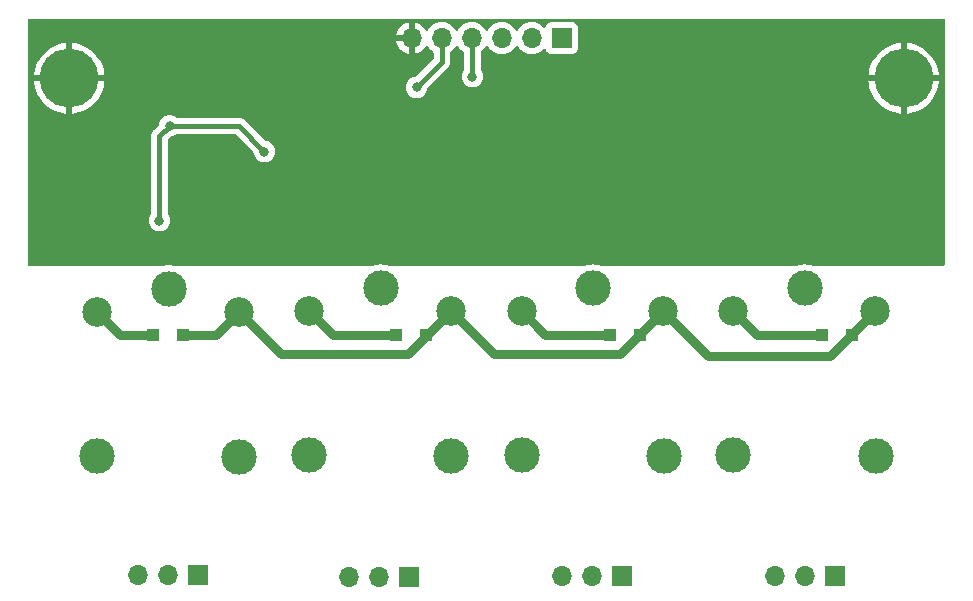
<source format=gbl>
G04 #@! TF.GenerationSoftware,KiCad,Pcbnew,7.0.11-2.fc39*
G04 #@! TF.CreationDate,2024-06-06T09:07:33+02:00*
G04 #@! TF.ProjectId,four_relays_extension,666f7572-5f72-4656-9c61-79735f657874,1.0*
G04 #@! TF.SameCoordinates,Original*
G04 #@! TF.FileFunction,Copper,L2,Bot*
G04 #@! TF.FilePolarity,Positive*
%FSLAX46Y46*%
G04 Gerber Fmt 4.6, Leading zero omitted, Abs format (unit mm)*
G04 Created by KiCad (PCBNEW 7.0.11-2.fc39) date 2024-06-06 09:07:33*
%MOMM*%
%LPD*%
G01*
G04 APERTURE LIST*
G04 #@! TA.AperFunction,ComponentPad*
%ADD10C,3.000000*%
G04 #@! TD*
G04 #@! TA.AperFunction,ComponentPad*
%ADD11C,2.500000*%
G04 #@! TD*
G04 #@! TA.AperFunction,ComponentPad*
%ADD12O,5.000000X5.000000*%
G04 #@! TD*
G04 #@! TA.AperFunction,ComponentPad*
%ADD13R,1.700000X1.700000*%
G04 #@! TD*
G04 #@! TA.AperFunction,ComponentPad*
%ADD14O,1.700000X1.700000*%
G04 #@! TD*
G04 #@! TA.AperFunction,ComponentPad*
%ADD15O,0.100000X0.100000*%
G04 #@! TD*
G04 #@! TA.AperFunction,SMDPad,CuDef*
%ADD16R,1.000000X1.000000*%
G04 #@! TD*
G04 #@! TA.AperFunction,ViaPad*
%ADD17C,0.800000*%
G04 #@! TD*
G04 #@! TA.AperFunction,ViaPad*
%ADD18C,0.600000*%
G04 #@! TD*
G04 #@! TA.AperFunction,Conductor*
%ADD19C,0.762000*%
G04 #@! TD*
G04 #@! TA.AperFunction,Conductor*
%ADD20C,0.381000*%
G04 #@! TD*
G04 APERTURE END LIST*
D10*
X150322000Y-74250000D03*
D11*
X144272000Y-76200000D03*
D10*
X144272000Y-88400000D03*
X156322000Y-88450000D03*
D11*
X156272000Y-76200000D03*
D12*
X176631600Y-56489600D03*
D13*
X134772400Y-98679000D03*
D14*
X132232400Y-98679000D03*
X129692400Y-98679000D03*
D10*
X114381000Y-74319000D03*
D11*
X108331000Y-76269000D03*
D10*
X108331000Y-88469000D03*
X120381000Y-88519000D03*
D11*
X120331000Y-76269000D03*
D10*
X168254400Y-74250000D03*
D11*
X162204400Y-76200000D03*
D10*
X162204400Y-88400000D03*
X174254400Y-88450000D03*
D11*
X174204400Y-76200000D03*
D15*
X105968800Y-98501200D03*
D13*
X147675600Y-53086000D03*
D14*
X145135600Y-53086000D03*
X142595600Y-53086000D03*
X140055600Y-53086000D03*
X137515600Y-53086000D03*
X134975600Y-53086000D03*
D10*
X132338800Y-74242000D03*
D11*
X126288800Y-76192000D03*
D10*
X126288800Y-88392000D03*
X138338800Y-88442000D03*
D11*
X138288800Y-76192000D03*
D15*
X176631600Y-98602800D03*
D13*
X116840000Y-98552000D03*
D14*
X114300000Y-98552000D03*
X111760000Y-98552000D03*
D13*
X170789600Y-98602800D03*
D14*
X168249600Y-98602800D03*
X165709600Y-98602800D03*
D12*
X105968800Y-56489600D03*
D13*
X152806400Y-98602800D03*
D14*
X150266400Y-98602800D03*
X147726400Y-98602800D03*
D16*
X115606200Y-78181200D03*
X113106200Y-78181200D03*
X154279600Y-78181200D03*
X151779600Y-78181200D03*
X172212000Y-78181200D03*
X169712000Y-78181200D03*
X136144000Y-78181200D03*
X133644000Y-78181200D03*
D17*
X127076200Y-62738000D03*
D18*
X147523200Y-63957200D03*
X120853200Y-52425600D03*
D17*
X118846600Y-69646800D03*
D18*
X129743200Y-58216800D03*
D17*
X105791000Y-67970400D03*
D18*
X147523200Y-69900800D03*
X137795000Y-57912000D03*
D17*
X119253000Y-66395600D03*
D18*
X129743200Y-52425600D03*
D17*
X127939800Y-65735200D03*
D18*
X105130600Y-69900800D03*
X156413200Y-69900800D03*
X174193200Y-52425600D03*
X165303200Y-69900800D03*
X177901600Y-69900800D03*
X165303200Y-63957200D03*
X138633200Y-69900800D03*
X111963200Y-52425600D03*
X131140200Y-69900800D03*
X156413200Y-52425600D03*
X138633200Y-63906400D03*
X105130600Y-63855600D03*
X156413200Y-63957200D03*
X111963200Y-57912000D03*
X165303200Y-52425600D03*
D17*
X140106400Y-56337200D03*
X135382000Y-57251600D03*
X114477800Y-60502800D03*
X122504200Y-62687200D03*
X113614200Y-68529200D03*
D19*
X133644000Y-78181200D02*
X128278000Y-78181200D01*
X128278000Y-78181200D02*
X126288800Y-76192000D01*
X110243200Y-78181200D02*
X108331000Y-76269000D01*
X113106200Y-78181200D02*
X110243200Y-78181200D01*
D20*
X140106400Y-53136800D02*
X140055600Y-53086000D01*
X140106400Y-56337200D02*
X140106400Y-53136800D01*
X137515600Y-55118000D02*
X137515600Y-53086000D01*
X135382000Y-57251600D02*
X137515600Y-55118000D01*
D19*
X164185600Y-78181200D02*
X162204400Y-76200000D01*
X169712000Y-78181200D02*
X164185600Y-78181200D01*
D20*
X120319800Y-60502800D02*
X122504200Y-62687200D01*
X114477800Y-60502800D02*
X113614200Y-61366400D01*
X114477800Y-60502800D02*
X120319800Y-60502800D01*
X113614200Y-61366400D02*
X113614200Y-68529200D01*
D19*
X156272000Y-76200000D02*
X160082000Y-80010000D01*
X152614400Y-79857600D02*
X141954400Y-79857600D01*
X120331000Y-76269000D02*
X123868800Y-79806800D01*
X156272000Y-76200000D02*
X152614400Y-79857600D01*
X141954400Y-79857600D02*
X138288800Y-76192000D01*
X160082000Y-80010000D02*
X170394400Y-80010000D01*
X123868800Y-79806800D02*
X134674000Y-79806800D01*
X118418800Y-78181200D02*
X120331000Y-76269000D01*
X134674000Y-79806800D02*
X138288800Y-76192000D01*
X120338000Y-76269000D02*
X120331000Y-76269000D01*
X115606200Y-78181200D02*
X118418800Y-78181200D01*
X170394400Y-80010000D02*
X174204400Y-76200000D01*
X146253200Y-78181200D02*
X144272000Y-76200000D01*
X151779600Y-78181200D02*
X146253200Y-78181200D01*
G04 #@! TA.AperFunction,Conductor*
G36*
X180087339Y-51447185D02*
G01*
X180133094Y-51499989D01*
X180144300Y-51551500D01*
X180144300Y-72215200D01*
X180124615Y-72282239D01*
X180071811Y-72327994D01*
X180020300Y-72339200D01*
X168878197Y-72339200D01*
X168834865Y-72331382D01*
X168819446Y-72325631D01*
X168819441Y-72325629D01*
X168539833Y-72264804D01*
X168254401Y-72244390D01*
X168254399Y-72244390D01*
X167968966Y-72264804D01*
X167689358Y-72325629D01*
X167680408Y-72328967D01*
X167673934Y-72331382D01*
X167630603Y-72339200D01*
X150945797Y-72339200D01*
X150902465Y-72331382D01*
X150887046Y-72325631D01*
X150887041Y-72325629D01*
X150607433Y-72264804D01*
X150322001Y-72244390D01*
X150321999Y-72244390D01*
X150036566Y-72264804D01*
X149756958Y-72325629D01*
X149748008Y-72328967D01*
X149741534Y-72331382D01*
X149698203Y-72339200D01*
X132984047Y-72339200D01*
X132940715Y-72331382D01*
X132903843Y-72317630D01*
X132624233Y-72256804D01*
X132338801Y-72236390D01*
X132338799Y-72236390D01*
X132053366Y-72256804D01*
X131773756Y-72317630D01*
X131736885Y-72331382D01*
X131693553Y-72339200D01*
X114704565Y-72339200D01*
X114678206Y-72336366D01*
X114666428Y-72333804D01*
X114585193Y-72327994D01*
X114381001Y-72313390D01*
X114380999Y-72313390D01*
X114095571Y-72333804D01*
X114090576Y-72334890D01*
X114083793Y-72336366D01*
X114057435Y-72339200D01*
X102580100Y-72339200D01*
X102513061Y-72319515D01*
X102467306Y-72266711D01*
X102456100Y-72215200D01*
X102456100Y-68529200D01*
X112708740Y-68529200D01*
X112728526Y-68717456D01*
X112728527Y-68717459D01*
X112787018Y-68897477D01*
X112787021Y-68897484D01*
X112881667Y-69061416D01*
X113008329Y-69202088D01*
X113161465Y-69313348D01*
X113161470Y-69313351D01*
X113334392Y-69390342D01*
X113334397Y-69390344D01*
X113519554Y-69429700D01*
X113519555Y-69429700D01*
X113708844Y-69429700D01*
X113708846Y-69429700D01*
X113894003Y-69390344D01*
X114066930Y-69313351D01*
X114220071Y-69202088D01*
X114346733Y-69061416D01*
X114441379Y-68897484D01*
X114499874Y-68717456D01*
X114519660Y-68529200D01*
X114499874Y-68340944D01*
X114441379Y-68160916D01*
X114346733Y-67996984D01*
X114340766Y-67990357D01*
X114337047Y-67986226D01*
X114306820Y-67923234D01*
X114305200Y-67903257D01*
X114305200Y-61703983D01*
X114324885Y-61636944D01*
X114341519Y-61616302D01*
X114523712Y-61434108D01*
X114585033Y-61400625D01*
X114585148Y-61400600D01*
X114757603Y-61363944D01*
X114757607Y-61363942D01*
X114757608Y-61363942D01*
X114846489Y-61324369D01*
X114930530Y-61286951D01*
X115008753Y-61230119D01*
X115026147Y-61217482D01*
X115091953Y-61194002D01*
X115099032Y-61193800D01*
X119982216Y-61193800D01*
X120049255Y-61213485D01*
X120069897Y-61230119D01*
X121576118Y-62736340D01*
X121609603Y-62797663D01*
X121611757Y-62811053D01*
X121618526Y-62875456D01*
X121618527Y-62875459D01*
X121677018Y-63055477D01*
X121677021Y-63055484D01*
X121771667Y-63219416D01*
X121898329Y-63360088D01*
X122051465Y-63471348D01*
X122051470Y-63471351D01*
X122224392Y-63548342D01*
X122224397Y-63548344D01*
X122409554Y-63587700D01*
X122409555Y-63587700D01*
X122598844Y-63587700D01*
X122598846Y-63587700D01*
X122784003Y-63548344D01*
X122956930Y-63471351D01*
X123110071Y-63360088D01*
X123236733Y-63219416D01*
X123331379Y-63055484D01*
X123389874Y-62875456D01*
X123409660Y-62687200D01*
X123389874Y-62498944D01*
X123331379Y-62318916D01*
X123236733Y-62154984D01*
X123110071Y-62014312D01*
X123110070Y-62014311D01*
X122956934Y-61903051D01*
X122956929Y-61903048D01*
X122784007Y-61826057D01*
X122784002Y-61826055D01*
X122612011Y-61789498D01*
X122550529Y-61756306D01*
X122550111Y-61755889D01*
X120825827Y-60031605D01*
X120820693Y-60026151D01*
X120781383Y-59981780D01*
X120732592Y-59948102D01*
X120726560Y-59943663D01*
X120679908Y-59907114D01*
X120679899Y-59907108D01*
X120670934Y-59903074D01*
X120651386Y-59892050D01*
X120643282Y-59886456D01*
X120643278Y-59886453D01*
X120587861Y-59865436D01*
X120580944Y-59862572D01*
X120526881Y-59838241D01*
X120526882Y-59838241D01*
X120517195Y-59836466D01*
X120495592Y-59830444D01*
X120486382Y-59826952D01*
X120427535Y-59819806D01*
X120420133Y-59818679D01*
X120361830Y-59807995D01*
X120361825Y-59807995D01*
X120302661Y-59811574D01*
X120295174Y-59811800D01*
X115099032Y-59811800D01*
X115031993Y-59792115D01*
X115026147Y-59788118D01*
X114930534Y-59718651D01*
X114930529Y-59718648D01*
X114757607Y-59641657D01*
X114757602Y-59641655D01*
X114611801Y-59610665D01*
X114572446Y-59602300D01*
X114383154Y-59602300D01*
X114350697Y-59609198D01*
X114197997Y-59641655D01*
X114197992Y-59641657D01*
X114025070Y-59718648D01*
X114025065Y-59718651D01*
X113871929Y-59829911D01*
X113745266Y-59970585D01*
X113650621Y-60134515D01*
X113650618Y-60134522D01*
X113592127Y-60314540D01*
X113592126Y-60314544D01*
X113585358Y-60378940D01*
X113558773Y-60443555D01*
X113549718Y-60453659D01*
X113143004Y-60860372D01*
X113137552Y-60865504D01*
X113093186Y-60904810D01*
X113093176Y-60904821D01*
X113059498Y-60953612D01*
X113055061Y-60959643D01*
X113018512Y-61006294D01*
X113018511Y-61006296D01*
X113014471Y-61015273D01*
X113003453Y-61034808D01*
X112997855Y-61042919D01*
X112976832Y-61098349D01*
X112973968Y-61105265D01*
X112949642Y-61159316D01*
X112947866Y-61169006D01*
X112941845Y-61190603D01*
X112938352Y-61199814D01*
X112938352Y-61199815D01*
X112931206Y-61258665D01*
X112930079Y-61266067D01*
X112919395Y-61324369D01*
X112919395Y-61324372D01*
X112922974Y-61383537D01*
X112923200Y-61391024D01*
X112923200Y-67903257D01*
X112903515Y-67970296D01*
X112891353Y-67986226D01*
X112881666Y-67996985D01*
X112787021Y-68160915D01*
X112787018Y-68160922D01*
X112728527Y-68340940D01*
X112728526Y-68340944D01*
X112708740Y-68529200D01*
X102456100Y-68529200D01*
X102456100Y-56239599D01*
X102978276Y-56239599D01*
X102978277Y-56239600D01*
X105000554Y-56239600D01*
X104975234Y-56337391D01*
X104964933Y-56540510D01*
X104995433Y-56739600D01*
X102978277Y-56739600D01*
X102984035Y-56838473D01*
X102984035Y-56838477D01*
X103044714Y-57182602D01*
X103044716Y-57182611D01*
X103144945Y-57517400D01*
X103283355Y-57838270D01*
X103283361Y-57838283D01*
X103458089Y-58140922D01*
X103666768Y-58421227D01*
X103666773Y-58421233D01*
X103906584Y-58675416D01*
X103906594Y-58675426D01*
X104174280Y-58900042D01*
X104466261Y-59092080D01*
X104778539Y-59248914D01*
X104778545Y-59248916D01*
X105106930Y-59368438D01*
X105106933Y-59368439D01*
X105446971Y-59449029D01*
X105718800Y-59480801D01*
X105718800Y-57459121D01*
X105867110Y-57489600D01*
X106019512Y-57489600D01*
X106171137Y-57474181D01*
X106218800Y-57459226D01*
X106218800Y-59480801D01*
X106490627Y-59449029D01*
X106490629Y-59449029D01*
X106830666Y-59368439D01*
X106830669Y-59368438D01*
X107159054Y-59248916D01*
X107159060Y-59248914D01*
X107471338Y-59092080D01*
X107763319Y-58900042D01*
X108031005Y-58675426D01*
X108031015Y-58675416D01*
X108270826Y-58421233D01*
X108270831Y-58421227D01*
X108479510Y-58140922D01*
X108654238Y-57838283D01*
X108654244Y-57838270D01*
X108792654Y-57517400D01*
X108892883Y-57182611D01*
X108892885Y-57182602D01*
X108953564Y-56838477D01*
X108953564Y-56838473D01*
X108959323Y-56739600D01*
X106937046Y-56739600D01*
X106962366Y-56641809D01*
X106972667Y-56438690D01*
X106942167Y-56239600D01*
X108959323Y-56239600D01*
X108959323Y-56239599D01*
X108953564Y-56140726D01*
X108953564Y-56140722D01*
X108892885Y-55796597D01*
X108892883Y-55796588D01*
X108792654Y-55461799D01*
X108654244Y-55140929D01*
X108654238Y-55140916D01*
X108479510Y-54838277D01*
X108270831Y-54557972D01*
X108270826Y-54557966D01*
X108031015Y-54303783D01*
X108031005Y-54303773D01*
X107763319Y-54079157D01*
X107471338Y-53887119D01*
X107159060Y-53730285D01*
X107159054Y-53730283D01*
X106830669Y-53610761D01*
X106830666Y-53610760D01*
X106490629Y-53530170D01*
X106218800Y-53498397D01*
X106218800Y-55520078D01*
X106070490Y-55489600D01*
X105918088Y-55489600D01*
X105766463Y-55505019D01*
X105718800Y-55519973D01*
X105718800Y-53498397D01*
X105446970Y-53530170D01*
X105106933Y-53610760D01*
X105106930Y-53610761D01*
X104778545Y-53730283D01*
X104778539Y-53730285D01*
X104466261Y-53887119D01*
X104174280Y-54079157D01*
X103906594Y-54303773D01*
X103906584Y-54303783D01*
X103666773Y-54557966D01*
X103666768Y-54557972D01*
X103458089Y-54838277D01*
X103283361Y-55140916D01*
X103283355Y-55140929D01*
X103144945Y-55461799D01*
X103044716Y-55796588D01*
X103044714Y-55796597D01*
X102984035Y-56140722D01*
X102984035Y-56140726D01*
X102978276Y-56239599D01*
X102456100Y-56239599D01*
X102456100Y-53336000D01*
X133644964Y-53336000D01*
X133702167Y-53549486D01*
X133702170Y-53549492D01*
X133801999Y-53763578D01*
X133937494Y-53957082D01*
X134104517Y-54124105D01*
X134298021Y-54259600D01*
X134512107Y-54359429D01*
X134512116Y-54359433D01*
X134725600Y-54416634D01*
X134725600Y-53521501D01*
X134833285Y-53570680D01*
X134939837Y-53586000D01*
X135011363Y-53586000D01*
X135117915Y-53570680D01*
X135225600Y-53521501D01*
X135225600Y-54416633D01*
X135439083Y-54359433D01*
X135439092Y-54359429D01*
X135653178Y-54259600D01*
X135846682Y-54124105D01*
X136013705Y-53957082D01*
X136143719Y-53771405D01*
X136198296Y-53727781D01*
X136267795Y-53720588D01*
X136330149Y-53752110D01*
X136346869Y-53771405D01*
X136477105Y-53957401D01*
X136477106Y-53957402D01*
X136644197Y-54124493D01*
X136644203Y-54124498D01*
X136771723Y-54213788D01*
X136815348Y-54268365D01*
X136824600Y-54315363D01*
X136824600Y-54780416D01*
X136804915Y-54847455D01*
X136788281Y-54868097D01*
X135336088Y-56320289D01*
X135274765Y-56353774D01*
X135274188Y-56353898D01*
X135102197Y-56390455D01*
X135102192Y-56390457D01*
X134929270Y-56467448D01*
X134929265Y-56467451D01*
X134776129Y-56578711D01*
X134649466Y-56719385D01*
X134554821Y-56883315D01*
X134554818Y-56883322D01*
X134496327Y-57063340D01*
X134496326Y-57063344D01*
X134476540Y-57251600D01*
X134496326Y-57439856D01*
X134496327Y-57439859D01*
X134554818Y-57619877D01*
X134554821Y-57619884D01*
X134649467Y-57783816D01*
X134776129Y-57924488D01*
X134929265Y-58035748D01*
X134929270Y-58035751D01*
X135102192Y-58112742D01*
X135102197Y-58112744D01*
X135287354Y-58152100D01*
X135287355Y-58152100D01*
X135476644Y-58152100D01*
X135476646Y-58152100D01*
X135661803Y-58112744D01*
X135834730Y-58035751D01*
X135987871Y-57924488D01*
X136114533Y-57783816D01*
X136209179Y-57619884D01*
X136267674Y-57439856D01*
X136274441Y-57375459D01*
X136301024Y-57310846D01*
X136310072Y-57300748D01*
X137986817Y-55624003D01*
X137992219Y-55618917D01*
X138036620Y-55579583D01*
X138070296Y-55530791D01*
X138074734Y-55524761D01*
X138111288Y-55478105D01*
X138115322Y-55469139D01*
X138126354Y-55449580D01*
X138131942Y-55441485D01*
X138131942Y-55441484D01*
X138131944Y-55441482D01*
X138152978Y-55386017D01*
X138155818Y-55379161D01*
X138180157Y-55325085D01*
X138181930Y-55315403D01*
X138187956Y-55293788D01*
X138191448Y-55284582D01*
X138198593Y-55225730D01*
X138199719Y-55218336D01*
X138210404Y-55160033D01*
X138210405Y-55160026D01*
X138206826Y-55100861D01*
X138206600Y-55093374D01*
X138206600Y-54315363D01*
X138226285Y-54248324D01*
X138259477Y-54213788D01*
X138310279Y-54178216D01*
X138387001Y-54124495D01*
X138554095Y-53957401D01*
X138684025Y-53771842D01*
X138738602Y-53728217D01*
X138808100Y-53721023D01*
X138870455Y-53752546D01*
X138887175Y-53771842D01*
X139017101Y-53957396D01*
X139017106Y-53957402D01*
X139184197Y-54124493D01*
X139184203Y-54124498D01*
X139362523Y-54249359D01*
X139406148Y-54303936D01*
X139415400Y-54350934D01*
X139415400Y-55711257D01*
X139395715Y-55778296D01*
X139383553Y-55794226D01*
X139373866Y-55804985D01*
X139279221Y-55968915D01*
X139279218Y-55968922D01*
X139223396Y-56140726D01*
X139220726Y-56148944D01*
X139200940Y-56337200D01*
X139220726Y-56525456D01*
X139220727Y-56525459D01*
X139279218Y-56705477D01*
X139279221Y-56705484D01*
X139373867Y-56869416D01*
X139430457Y-56932265D01*
X139500529Y-57010088D01*
X139653665Y-57121348D01*
X139653670Y-57121351D01*
X139826592Y-57198342D01*
X139826597Y-57198344D01*
X140011754Y-57237700D01*
X140011755Y-57237700D01*
X140201044Y-57237700D01*
X140201046Y-57237700D01*
X140386203Y-57198344D01*
X140559130Y-57121351D01*
X140712271Y-57010088D01*
X140838933Y-56869416D01*
X140933579Y-56705484D01*
X140992074Y-56525456D01*
X141011860Y-56337200D01*
X141001602Y-56239599D01*
X173641076Y-56239599D01*
X173641077Y-56239600D01*
X175663354Y-56239600D01*
X175638034Y-56337391D01*
X175627733Y-56540510D01*
X175658233Y-56739600D01*
X173641077Y-56739600D01*
X173646835Y-56838473D01*
X173646835Y-56838477D01*
X173707514Y-57182602D01*
X173707516Y-57182611D01*
X173807745Y-57517400D01*
X173946155Y-57838270D01*
X173946161Y-57838283D01*
X174120889Y-58140922D01*
X174329568Y-58421227D01*
X174329573Y-58421233D01*
X174569384Y-58675416D01*
X174569394Y-58675426D01*
X174837080Y-58900042D01*
X175129061Y-59092080D01*
X175441339Y-59248914D01*
X175441345Y-59248916D01*
X175769730Y-59368438D01*
X175769733Y-59368439D01*
X176109771Y-59449029D01*
X176381600Y-59480801D01*
X176381600Y-57459121D01*
X176529910Y-57489600D01*
X176682312Y-57489600D01*
X176833937Y-57474181D01*
X176881600Y-57459226D01*
X176881600Y-59480801D01*
X177153427Y-59449029D01*
X177153429Y-59449029D01*
X177493466Y-59368439D01*
X177493469Y-59368438D01*
X177821854Y-59248916D01*
X177821860Y-59248914D01*
X178134138Y-59092080D01*
X178426119Y-58900042D01*
X178693805Y-58675426D01*
X178693815Y-58675416D01*
X178933626Y-58421233D01*
X178933631Y-58421227D01*
X179142310Y-58140922D01*
X179317038Y-57838283D01*
X179317044Y-57838270D01*
X179455454Y-57517400D01*
X179555683Y-57182611D01*
X179555685Y-57182602D01*
X179616364Y-56838477D01*
X179616364Y-56838473D01*
X179622123Y-56739600D01*
X177599846Y-56739600D01*
X177625166Y-56641809D01*
X177635467Y-56438690D01*
X177604967Y-56239600D01*
X179622123Y-56239600D01*
X179622123Y-56239599D01*
X179616364Y-56140726D01*
X179616364Y-56140722D01*
X179555685Y-55796597D01*
X179555683Y-55796588D01*
X179455454Y-55461799D01*
X179317044Y-55140929D01*
X179317038Y-55140916D01*
X179142310Y-54838277D01*
X178933631Y-54557972D01*
X178933626Y-54557966D01*
X178693815Y-54303783D01*
X178693805Y-54303773D01*
X178426119Y-54079157D01*
X178134138Y-53887119D01*
X177821860Y-53730285D01*
X177821854Y-53730283D01*
X177493469Y-53610761D01*
X177493466Y-53610760D01*
X177153429Y-53530170D01*
X176881600Y-53498397D01*
X176881600Y-55520078D01*
X176733290Y-55489600D01*
X176580888Y-55489600D01*
X176429263Y-55505019D01*
X176381600Y-55519973D01*
X176381600Y-53498397D01*
X176109770Y-53530170D01*
X175769733Y-53610760D01*
X175769730Y-53610761D01*
X175441345Y-53730283D01*
X175441339Y-53730285D01*
X175129061Y-53887119D01*
X174837080Y-54079157D01*
X174569394Y-54303773D01*
X174569384Y-54303783D01*
X174329573Y-54557966D01*
X174329568Y-54557972D01*
X174120889Y-54838277D01*
X173946161Y-55140916D01*
X173946155Y-55140929D01*
X173807745Y-55461799D01*
X173707516Y-55796588D01*
X173707514Y-55796597D01*
X173646835Y-56140722D01*
X173646835Y-56140726D01*
X173641076Y-56239599D01*
X141001602Y-56239599D01*
X140992074Y-56148944D01*
X140933579Y-55968916D01*
X140838933Y-55804984D01*
X140831816Y-55797080D01*
X140829247Y-55794226D01*
X140799020Y-55731234D01*
X140797400Y-55711257D01*
X140797400Y-54279792D01*
X140817085Y-54212753D01*
X140850272Y-54178220D01*
X140927001Y-54124495D01*
X141094095Y-53957401D01*
X141224025Y-53771842D01*
X141278602Y-53728217D01*
X141348100Y-53721023D01*
X141410455Y-53752546D01*
X141427175Y-53771842D01*
X141556881Y-53957082D01*
X141557105Y-53957401D01*
X141724199Y-54124495D01*
X141820984Y-54192265D01*
X141917765Y-54260032D01*
X141917767Y-54260033D01*
X141917770Y-54260035D01*
X142131937Y-54359903D01*
X142360192Y-54421063D01*
X142536634Y-54436500D01*
X142595599Y-54441659D01*
X142595600Y-54441659D01*
X142595601Y-54441659D01*
X142654566Y-54436500D01*
X142831008Y-54421063D01*
X143059263Y-54359903D01*
X143273430Y-54260035D01*
X143467001Y-54124495D01*
X143634095Y-53957401D01*
X143764025Y-53771842D01*
X143818602Y-53728217D01*
X143888100Y-53721023D01*
X143950455Y-53752546D01*
X143967175Y-53771842D01*
X144096881Y-53957082D01*
X144097105Y-53957401D01*
X144264199Y-54124495D01*
X144360984Y-54192265D01*
X144457765Y-54260032D01*
X144457767Y-54260033D01*
X144457770Y-54260035D01*
X144671937Y-54359903D01*
X144900192Y-54421063D01*
X145076634Y-54436500D01*
X145135599Y-54441659D01*
X145135600Y-54441659D01*
X145135601Y-54441659D01*
X145194566Y-54436500D01*
X145371008Y-54421063D01*
X145599263Y-54359903D01*
X145813430Y-54260035D01*
X146007001Y-54124495D01*
X146128929Y-54002566D01*
X146190248Y-53969084D01*
X146259940Y-53974068D01*
X146315874Y-54015939D01*
X146332789Y-54046917D01*
X146381802Y-54178328D01*
X146381806Y-54178335D01*
X146468052Y-54293544D01*
X146468055Y-54293547D01*
X146583264Y-54379793D01*
X146583271Y-54379797D01*
X146718117Y-54430091D01*
X146718116Y-54430091D01*
X146725044Y-54430835D01*
X146777727Y-54436500D01*
X148573472Y-54436499D01*
X148633083Y-54430091D01*
X148767931Y-54379796D01*
X148883146Y-54293546D01*
X148969396Y-54178331D01*
X149019691Y-54043483D01*
X149026100Y-53983873D01*
X149026099Y-52188128D01*
X149019691Y-52128517D01*
X149018410Y-52125083D01*
X148969397Y-51993671D01*
X148969393Y-51993664D01*
X148883147Y-51878455D01*
X148883144Y-51878452D01*
X148767935Y-51792206D01*
X148767928Y-51792202D01*
X148633082Y-51741908D01*
X148633083Y-51741908D01*
X148573483Y-51735501D01*
X148573481Y-51735500D01*
X148573473Y-51735500D01*
X148573464Y-51735500D01*
X146777729Y-51735500D01*
X146777723Y-51735501D01*
X146718116Y-51741908D01*
X146583271Y-51792202D01*
X146583264Y-51792206D01*
X146468055Y-51878452D01*
X146468052Y-51878455D01*
X146381806Y-51993664D01*
X146381803Y-51993669D01*
X146332789Y-52125083D01*
X146290917Y-52181016D01*
X146225453Y-52205433D01*
X146157180Y-52190581D01*
X146128926Y-52169430D01*
X146007002Y-52047506D01*
X146006995Y-52047501D01*
X145813434Y-51911967D01*
X145813430Y-51911965D01*
X145813428Y-51911964D01*
X145599263Y-51812097D01*
X145599259Y-51812096D01*
X145599255Y-51812094D01*
X145371013Y-51750938D01*
X145371003Y-51750936D01*
X145135601Y-51730341D01*
X145135599Y-51730341D01*
X144900196Y-51750936D01*
X144900186Y-51750938D01*
X144671944Y-51812094D01*
X144671935Y-51812098D01*
X144457771Y-51911964D01*
X144457769Y-51911965D01*
X144264197Y-52047505D01*
X144097105Y-52214597D01*
X143967175Y-52400158D01*
X143912598Y-52443783D01*
X143843100Y-52450977D01*
X143780745Y-52419454D01*
X143764025Y-52400158D01*
X143634094Y-52214597D01*
X143467002Y-52047506D01*
X143466995Y-52047501D01*
X143273434Y-51911967D01*
X143273430Y-51911965D01*
X143273428Y-51911964D01*
X143059263Y-51812097D01*
X143059259Y-51812096D01*
X143059255Y-51812094D01*
X142831013Y-51750938D01*
X142831003Y-51750936D01*
X142595601Y-51730341D01*
X142595599Y-51730341D01*
X142360196Y-51750936D01*
X142360186Y-51750938D01*
X142131944Y-51812094D01*
X142131935Y-51812098D01*
X141917771Y-51911964D01*
X141917769Y-51911965D01*
X141724197Y-52047505D01*
X141557105Y-52214597D01*
X141427175Y-52400158D01*
X141372598Y-52443783D01*
X141303100Y-52450977D01*
X141240745Y-52419454D01*
X141224025Y-52400158D01*
X141094094Y-52214597D01*
X140927002Y-52047506D01*
X140926995Y-52047501D01*
X140733434Y-51911967D01*
X140733430Y-51911965D01*
X140733428Y-51911964D01*
X140519263Y-51812097D01*
X140519259Y-51812096D01*
X140519255Y-51812094D01*
X140291013Y-51750938D01*
X140291003Y-51750936D01*
X140055601Y-51730341D01*
X140055599Y-51730341D01*
X139820196Y-51750936D01*
X139820186Y-51750938D01*
X139591944Y-51812094D01*
X139591935Y-51812098D01*
X139377771Y-51911964D01*
X139377769Y-51911965D01*
X139184197Y-52047505D01*
X139017105Y-52214597D01*
X138887175Y-52400158D01*
X138832598Y-52443783D01*
X138763100Y-52450977D01*
X138700745Y-52419454D01*
X138684025Y-52400158D01*
X138554094Y-52214597D01*
X138387002Y-52047506D01*
X138386995Y-52047501D01*
X138193434Y-51911967D01*
X138193430Y-51911965D01*
X138193428Y-51911964D01*
X137979263Y-51812097D01*
X137979259Y-51812096D01*
X137979255Y-51812094D01*
X137751013Y-51750938D01*
X137751003Y-51750936D01*
X137515601Y-51730341D01*
X137515599Y-51730341D01*
X137280196Y-51750936D01*
X137280186Y-51750938D01*
X137051944Y-51812094D01*
X137051935Y-51812098D01*
X136837771Y-51911964D01*
X136837769Y-51911965D01*
X136644197Y-52047505D01*
X136477108Y-52214594D01*
X136346869Y-52400595D01*
X136292292Y-52444219D01*
X136222793Y-52451412D01*
X136160439Y-52419890D01*
X136143719Y-52400594D01*
X136013713Y-52214926D01*
X136013708Y-52214920D01*
X135846682Y-52047894D01*
X135653178Y-51912399D01*
X135439092Y-51812570D01*
X135439086Y-51812567D01*
X135225600Y-51755364D01*
X135225600Y-52650498D01*
X135117915Y-52601320D01*
X135011363Y-52586000D01*
X134939837Y-52586000D01*
X134833285Y-52601320D01*
X134725600Y-52650498D01*
X134725600Y-51755364D01*
X134725599Y-51755364D01*
X134512113Y-51812567D01*
X134512107Y-51812570D01*
X134298022Y-51912399D01*
X134298020Y-51912400D01*
X134104526Y-52047886D01*
X134104520Y-52047891D01*
X133937491Y-52214920D01*
X133937486Y-52214926D01*
X133802000Y-52408420D01*
X133801999Y-52408422D01*
X133702170Y-52622507D01*
X133702167Y-52622513D01*
X133644964Y-52835999D01*
X133644964Y-52836000D01*
X134541914Y-52836000D01*
X134516107Y-52876156D01*
X134475600Y-53014111D01*
X134475600Y-53157889D01*
X134516107Y-53295844D01*
X134541914Y-53336000D01*
X133644964Y-53336000D01*
X102456100Y-53336000D01*
X102456100Y-51551500D01*
X102475785Y-51484461D01*
X102528589Y-51438706D01*
X102580100Y-51427500D01*
X180020300Y-51427500D01*
X180087339Y-51447185D01*
G37*
G04 #@! TD.AperFunction*
M02*

</source>
